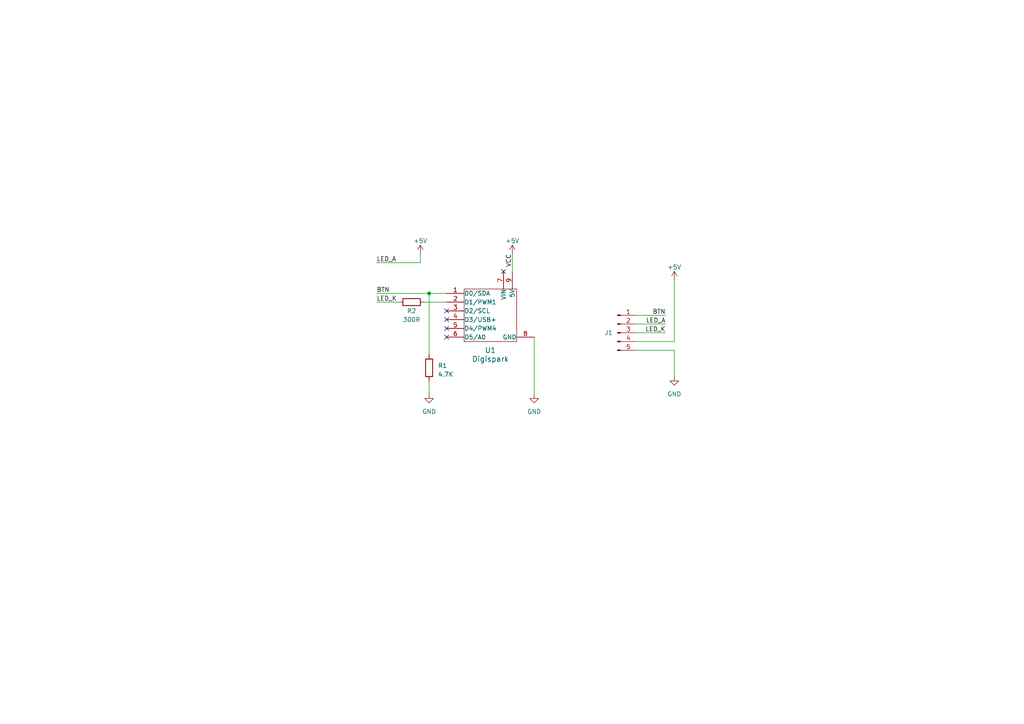
<source format=kicad_sch>
(kicad_sch (version 20230121) (generator eeschema)
  (paper "A4")
  (title_block (title "exiLightTestLED") (date "2023-05-27") (rev "REV1.0") (company "foorschtbar"))
  (lib_symbols
    (symbol "Connector:Conn_01x05_Pin" (pin_names (offset 1.016) hide)
      (property "Reference" "J" (at 0 7.62 0))
      (property "Value" "Conn_01x05_Pin" (at 0 -7.62 0))
      (symbol "Conn_01x05_Pin_1_1"
        (polyline (pts (xy 1.27 -5.08) (xy 0.8636 -5.08)) (stroke (width 0.1524)))
        (polyline (pts (xy 1.27 -2.54) (xy 0.8636 -2.54)) (stroke (width 0.1524)))
        (polyline (pts (xy 1.27 0) (xy 0.8636 0)) (stroke (width 0.1524)))
        (polyline (pts (xy 1.27 2.54) (xy 0.8636 2.54)) (stroke (width 0.1524)))
        (polyline (pts (xy 1.27 5.08) (xy 0.8636 5.08)) (stroke (width 0.1524)))
        (rectangle (start 0.8636 -4.953) (end 0 -5.207) (stroke (width 0.1524)) (fill (type outline)))
        (rectangle (start 0.8636 -2.413) (end 0 -2.667) (stroke (width 0.1524)) (fill (type outline)))
        (rectangle (start 0.8636 0.127) (end 0 -0.127) (stroke (width 0.1524)) (fill (type outline)))
        (rectangle (start 0.8636 2.667) (end 0 2.413) (stroke (width 0.1524)) (fill (type outline)))
        (rectangle (start 0.8636 5.207) (end 0 4.953) (stroke (width 0.1524)) (fill (type outline)))
        (pin passive line (at 5.08 5.08 180) (length 3.81) (name "Pin_1") (number "1"))
        (pin passive line (at 5.08 2.54 180) (length 3.81) (name "Pin_2") (number "2"))
        (pin passive line (at 5.08 0 180) (length 3.81) (name "Pin_3") (number "3"))
        (pin passive line (at 5.08 -2.54 180) (length 3.81) (name "Pin_4") (number "4"))
        (pin passive line (at 5.08 -5.08 180) (length 3.81) (name "Pin_5") (number "5"))
      )
    )
    (symbol "Device:R" (pin_numbers hide) (pin_names (offset 0))
      (property "Reference" "R" (at 2.032 0 90))
      (property "Value" "R" (at 0 0 90))
      (symbol "R_0_1"
        (rectangle (start -1.016 -2.54) (end 1.016 2.54) (stroke (width 0.254)))
      )
      (symbol "R_1_1"
        (pin passive line (at 0 3.81 270) (length 1.27) (name "~") (number "1"))
        (pin passive line (at 0 -3.81 90) (length 1.27) (name "~") (number "2"))
      )
    )
    (symbol "SW-Digistump:Digispark" (pin_names (offset 0.0254))
      (property "Reference" "U" (at 5.08 0 0))
      (property "Value" "Digispark" (at 8.89 0 90))
      (symbol "Digispark_0_1"
        (rectangle (start -7.62 7.62) (end 7.62 -7.62))
      )
      (symbol "Digispark_1_1"
        (pin bidirectional line (at -12.7 6.35 0) (length 5.08) (name "D0/SDA") (number "1"))
        (pin bidirectional line (at -12.7 3.81 0) (length 5.08) (name "D1/PWM1") (number "2"))
        (pin bidirectional line (at -12.7 1.27 0) (length 5.08) (name "D2/SCL") (number "3"))
        (pin bidirectional line (at -12.7 -1.27 0) (length 5.08) (name "D3/USB+") (number "4"))
        (pin bidirectional line (at -12.7 -3.81 0) (length 5.08) (name "D4/PWM4") (number "5"))
        (pin bidirectional line (at -12.7 -6.35 0) (length 5.08) (name "D5/A0") (number "6"))
        (pin power_in line (at 3.81 12.7 270) (length 5.08) (name "VIN") (number "7"))
        (pin power_in line (at 12.7 -6.35 180) (length 5.08) (name "GND") (number "8"))
        (pin power_in line (at 6.35 12.7 270) (length 5.08) (name "5V") (number "9"))
      )
    )
    (symbol "power:+5V" (power) (pin_names (offset 0))
      (property "Value" "+5V" (at 0 3.556 0))
      (symbol "+5V_0_1"
        (polyline (pts (xy -0.762 1.27) (xy 0 2.54)))
        (polyline (pts (xy 0 0) (xy 0 2.54)))
        (polyline (pts (xy 0 2.54) (xy 0.762 1.27)))
      )
      (symbol "+5V_1_1"
        (pin power_in line (at 0 0 90) (length 0) hide (name "+5V") (number "1"))
      )
    )
    (symbol "power:GND" (power) (pin_names (offset 0))
      (property "Value" "GND" (at 0 -3.81 0))
      (symbol "GND_0_1"
        (polyline (pts (xy 0 0) (xy 0 -1.27) (xy 1.27 -1.27) (xy 0 -2.54) (xy -1.27 -1.27) (xy 0 -1.27)))
      )
      (symbol "GND_1_1"
        (pin power_in line (at 0 0 270) (length 0) hide (name "GND") (number "1"))
      )
    )
  )
  (junction (at 124.46 85.09))
  (no_connect (at 129.54 97.79))
  (no_connect (at 129.54 92.71))
  (no_connect (at 146.05 78.74))
  (no_connect (at 129.54 90.17))
  (no_connect (at 129.54 95.25))
  (wire (pts (xy 109.22 87.63) (xy 115.57 87.63)))
  (wire (pts (xy 193.04 96.52) (xy 184.15 96.52)))
  (wire (pts (xy 109.22 85.09) (xy 124.46 85.09)))
  (wire (pts (xy 148.59 73.66) (xy 148.59 78.74)))
  (wire (pts (xy 124.46 102.87) (xy 124.46 85.09)))
  (wire (pts (xy 193.04 93.98) (xy 184.15 93.98)))
  (wire (pts (xy 184.15 101.6) (xy 195.58 101.6)))
  (wire (pts (xy 121.92 76.2) (xy 121.92 73.66)))
  (wire (pts (xy 193.04 91.44) (xy 184.15 91.44)))
  (wire (pts (xy 124.46 85.09) (xy 129.54 85.09)))
  (wire (pts (xy 195.58 99.06) (xy 184.15 99.06)))
  (wire (pts (xy 123.19 87.63) (xy 129.54 87.63)))
  (wire (pts (xy 195.58 101.6) (xy 195.58 109.22)))
  (wire (pts (xy 124.46 110.49) (xy 124.46 114.3)))
  (wire (pts (xy 109.22 76.2) (xy 121.92 76.2)))
  (wire (pts (xy 154.94 97.79) (xy 154.94 114.3)))
  (wire (pts (xy 195.58 81.28) (xy 195.58 99.06)))
  (label "LED_K" (at 193.04 96.52 180))
  (label "VCC" (at 148.59 73.66 270))
  (label "LED_K" (at 109.22 87.63 0))
  (label "BTN" (at 109.22 85.09 0))
  (label "BTN" (at 193.04 91.44 180))
  (label "LED_A" (at 109.22 76.2 0))
  (label "LED_A" (at 193.04 93.98 180))
  (symbol (lib_id "Device:R") (at 124.46 106.68 0) (unit 1)
    (property "Reference" "R1" (at 127 106.045 0) (effects (justify left)))
    (property "Value" "4.7K" (at 127 108.585 0) (effects (justify left)))
    (property "Footprint" "Resistor_SMD:R_0805_2012Metric_Pad1.20x1.40mm_HandSolder" (effects hide))
  )
  (symbol (lib_id "power:+5V") (at 121.92 73.66 0) (unit 1)
    (property "Reference" "#PWR06" (effects hide))
    (property "Value" "+5V" (at 121.92 69.85 0))
  )
  (symbol (lib_id "SW-Digistump:Digispark") (at 142.24 91.44 0) (unit 1)
    (property "Reference" "U1" (at 142.24 101.6 0) (effects (font (size 1.524 1.524))))
    (property "Value" "Digispark" (at 142.24 104.14 0) (effects (font (size 1.524 1.524))))
    (property "Footprint" "SW-Digistump:Digispark MicroUSB" (effects hide))
    (property "Pricing" "0.00@0" (effects hide))
    (property "Description" "Digispark Microcontroller" (effects hide))
    (property "Manufacturer" "Digistump" (effects hide))
  )
  (symbol (lib_id "Connector:Conn_01x05_Pin") (at 179.07 96.52 0) (unit 1)
    (property "Reference" "J1" (at 176.53 96.52 0))
    (property "Value" "Conn_01x05_Pin" (effects hide))
    (property "Footprint" "Connector_JST:JST_PH_S5B-PH-K_1x05_P2.00mm_Horizontal" (effects hide))
  )
  (symbol (lib_id "power:+5V") (at 148.59 73.66 0) (unit 1)
    (property "Reference" "#PWR02" (effects hide))
    (property "Value" "+5V" (at 148.59 69.85 0))
  )
  (symbol (lib_id "power:+5V") (at 195.58 81.28 0) (unit 1)
    (property "Reference" "#PWR05" (effects hide))
    (property "Value" "+5V" (at 195.58 77.47 0))
  )
  (symbol (lib_id "power:GND") (at 154.94 114.3 0) (unit 1)
    (property "Reference" "#PWR01" (effects hide))
    (property "Value" "GND" (at 154.94 119.38 0))
  )
  (symbol (lib_id "Device:R") (at 119.38 87.63 90) (unit 1)
    (property "Reference" "R2" (at 119.38 90.17 90))
    (property "Value" "300R" (at 119.38 92.71 90))
    (property "Footprint" "Resistor_SMD:R_0805_2012Metric_Pad1.20x1.40mm_HandSolder" (effects hide))
  )
  (symbol (lib_id "power:GND") (at 195.58 109.22 0) (unit 1)
    (property "Reference" "#PWR04" (effects hide))
    (property "Value" "GND" (at 195.58 114.3 0))
  )
  (symbol (lib_id "power:GND") (at 124.46 114.3 0) (unit 1)
    (property "Reference" "#PWR03" (effects hide))
    (property "Value" "GND" (at 124.46 119.38 0))
  )
)
</source>
